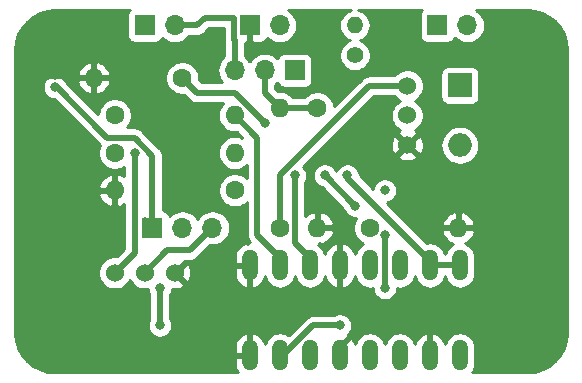
<source format=gbl>
G04 #@! TF.GenerationSoftware,KiCad,Pcbnew,(5.1.4)-1*
G04 #@! TF.CreationDate,2019-11-21T21:09:12-06:00*
G04 #@! TF.ProjectId,ElectromagnetLego,456c6563-7472-46f6-9d61-676e65744c65,rev?*
G04 #@! TF.SameCoordinates,Original*
G04 #@! TF.FileFunction,Copper,L2,Bot*
G04 #@! TF.FilePolarity,Positive*
%FSLAX46Y46*%
G04 Gerber Fmt 4.6, Leading zero omitted, Abs format (unit mm)*
G04 Created by KiCad (PCBNEW (5.1.4)-1) date 2019-11-21 21:09:12*
%MOMM*%
%LPD*%
G04 APERTURE LIST*
%ADD10O,1.700000X1.700000*%
%ADD11R,1.700000X1.700000*%
%ADD12O,1.320800X2.641600*%
%ADD13O,1.400000X1.400000*%
%ADD14C,1.400000*%
%ADD15C,1.524000*%
%ADD16O,1.600000X1.600000*%
%ADD17C,1.600000*%
%ADD18C,5.200000*%
%ADD19O,2.000000X2.000000*%
%ADD20R,2.000000X2.000000*%
%ADD21C,0.800000*%
%ADD22C,0.500000*%
%ADD23C,0.254000*%
G04 APERTURE END LIST*
D10*
X15240000Y22225000D03*
X17780000Y22225000D03*
D11*
X20320000Y22225000D03*
D12*
X16510000Y5715000D03*
X19050000Y5715000D03*
X21590000Y5715000D03*
X24130000Y5715000D03*
X26670000Y5715000D03*
X29210000Y5715000D03*
X31750000Y5715000D03*
X34290000Y5715000D03*
X26670000Y-1905000D03*
X29210000Y-1905000D03*
X24130000Y-1905000D03*
X21590000Y-1905000D03*
X34290000Y-1905000D03*
X31750000Y-1905000D03*
X19050000Y-1905000D03*
X16510000Y-1905000D03*
D13*
X25400000Y26035000D03*
D14*
X25400000Y23495000D03*
D15*
X10160000Y5080000D03*
X7620000Y5080000D03*
X5080000Y5080000D03*
D16*
X15240000Y18415000D03*
D17*
X5080000Y18415000D03*
D16*
X15240000Y15240000D03*
D17*
X5080000Y15240000D03*
D10*
X13335000Y8890000D03*
X10795000Y8890000D03*
D11*
X8255000Y8890000D03*
D10*
X19050000Y26035000D03*
D11*
X16510000Y26035000D03*
D10*
X34925000Y26035000D03*
D11*
X32385000Y26035000D03*
D10*
X10160000Y26035000D03*
D11*
X7620000Y26035000D03*
D16*
X34170000Y8890000D03*
D17*
X26670000Y8890000D03*
D16*
X3295000Y21590000D03*
D17*
X10795000Y21590000D03*
D18*
X40000000Y0D03*
X40000000Y8000000D03*
X40000000Y24000000D03*
X40000000Y16000000D03*
X0Y0D03*
X0Y8000000D03*
X0Y16000000D03*
X0Y24000000D03*
D16*
X19050000Y19050000D03*
D17*
X19050000Y8890000D03*
D16*
X22225000Y8890000D03*
D17*
X22225000Y19050000D03*
D16*
X5080000Y12065000D03*
D17*
X15240000Y12065000D03*
D15*
X29845000Y20915000D03*
X29845000Y18415000D03*
X29845000Y15915000D03*
D19*
X34290000Y15875000D03*
D20*
X34290000Y20955000D03*
D21*
X27940000Y12065000D03*
X27940000Y3810000D03*
X27940000Y8255000D03*
X24765000Y13335000D03*
X22860000Y13335000D03*
X17780000Y17780000D03*
X25419999Y10775001D03*
X5246Y20800003D03*
X8890000Y3810000D03*
X8890000Y635000D03*
X6770000Y15240000D03*
X24130000Y635000D03*
X20320000Y13335000D03*
D22*
X29845000Y20915000D02*
X26630000Y20915000D01*
X19050000Y13335000D02*
X19050000Y8890000D01*
X26630000Y20915000D02*
X19050000Y13335000D01*
X24130000Y-1244600D02*
X26009600Y635000D01*
X24130000Y-1905000D02*
X24130000Y-1244600D01*
X27940000Y3810000D02*
X27940000Y8255000D01*
X31750000Y5715000D02*
X34290000Y5715000D01*
X24765000Y13120000D02*
X24765000Y13335000D01*
X31509600Y6375400D02*
X24765000Y13120000D01*
X31750000Y5715000D02*
X31750000Y6375400D01*
X31750000Y6375400D02*
X31509600Y6375400D01*
X25419999Y10775001D02*
X22860000Y13335000D01*
X17780000Y17780000D02*
X15240000Y20320000D01*
X12065000Y20320000D02*
X10795000Y21590000D01*
X15240000Y20320000D02*
X12065000Y20320000D01*
X15240000Y24794998D02*
X15209999Y24824999D01*
X15240000Y22225000D02*
X15240000Y24794998D01*
X15209999Y24824999D02*
X15209999Y26670000D01*
X15209999Y26670000D02*
X12700000Y26670000D01*
X12065000Y26035000D02*
X10160000Y26035000D01*
X12700000Y26670000D02*
X12065000Y26035000D01*
X7620000Y9525000D02*
X8255000Y8890000D01*
X5001Y20800248D02*
X5246Y20800003D01*
X8255000Y8890000D02*
X8255000Y15013002D01*
X6758002Y16510000D02*
X4445000Y16510000D01*
X4445000Y16510000D02*
X5001Y20949999D01*
X8255000Y15013002D02*
X6758002Y16510000D01*
X5001Y20949999D02*
X5001Y20800248D01*
X17780000Y20320000D02*
X19050000Y19050000D01*
X17780000Y22225000D02*
X17780000Y20320000D01*
X19050000Y19050000D02*
X22225000Y19050000D01*
X11430000Y6985000D02*
X13335000Y8890000D01*
X7620000Y5080000D02*
X9525000Y6985000D01*
X9525000Y6985000D02*
X11430000Y6985000D01*
X8890000Y3810000D02*
X8890000Y635000D01*
X5080000Y5080000D02*
X6770000Y6770000D01*
X6770000Y6770000D02*
X6770000Y15240000D01*
X15240000Y18415000D02*
X17145000Y16510000D01*
X19050000Y6375400D02*
X19050000Y5715000D01*
X17145000Y8280400D02*
X19050000Y6375400D01*
X17145000Y16510000D02*
X17145000Y8280400D01*
X19359244Y-1905000D02*
X21899244Y635000D01*
X19050000Y-1905000D02*
X19359244Y-1905000D01*
X21899244Y635000D02*
X24130000Y635000D01*
X20320000Y13335000D02*
X20320000Y7620000D01*
X21590000Y6375400D02*
X21590000Y5715000D01*
X20345400Y7620000D02*
X21590000Y6375400D01*
X20320000Y7620000D02*
X20345400Y7620000D01*
D23*
G36*
X6318815Y27336185D02*
G01*
X6239463Y27239494D01*
X6180498Y27129180D01*
X6144188Y27009482D01*
X6131928Y26885000D01*
X6131928Y25185000D01*
X6144188Y25060518D01*
X6180498Y24940820D01*
X6239463Y24830506D01*
X6318815Y24733815D01*
X6415506Y24654463D01*
X6525820Y24595498D01*
X6645518Y24559188D01*
X6770000Y24546928D01*
X8470000Y24546928D01*
X8594482Y24559188D01*
X8714180Y24595498D01*
X8824494Y24654463D01*
X8921185Y24733815D01*
X9000537Y24830506D01*
X9059502Y24940820D01*
X9080393Y25009687D01*
X9104866Y24979866D01*
X9330986Y24794294D01*
X9588966Y24656401D01*
X9868889Y24571487D01*
X10087050Y24550000D01*
X10232950Y24550000D01*
X10451111Y24571487D01*
X10731034Y24656401D01*
X10989014Y24794294D01*
X11215134Y24979866D01*
X11354759Y25150000D01*
X12021531Y25150000D01*
X12065000Y25145719D01*
X12108469Y25150000D01*
X12108477Y25150000D01*
X12238490Y25162805D01*
X12405313Y25213411D01*
X12559059Y25295589D01*
X12693817Y25406183D01*
X12721534Y25439956D01*
X13066579Y25785000D01*
X14325000Y25785000D01*
X14324999Y24868468D01*
X14320718Y24824999D01*
X14324999Y24781530D01*
X14324999Y24781523D01*
X14335500Y24674902D01*
X14337804Y24651509D01*
X14342133Y24637240D01*
X14355001Y24594820D01*
X14355000Y23419760D01*
X14184866Y23280134D01*
X13999294Y23054014D01*
X13861401Y22796034D01*
X13776487Y22516111D01*
X13747815Y22225000D01*
X13776487Y21933889D01*
X13861401Y21653966D01*
X13999294Y21395986D01*
X14156032Y21205000D01*
X12431579Y21205000D01*
X12223017Y21413561D01*
X12230000Y21448665D01*
X12230000Y21731335D01*
X12174853Y22008574D01*
X12066680Y22269727D01*
X11909637Y22504759D01*
X11709759Y22704637D01*
X11474727Y22861680D01*
X11213574Y22969853D01*
X10936335Y23025000D01*
X10653665Y23025000D01*
X10376426Y22969853D01*
X10115273Y22861680D01*
X9880241Y22704637D01*
X9680363Y22504759D01*
X9523320Y22269727D01*
X9415147Y22008574D01*
X9360000Y21731335D01*
X9360000Y21448665D01*
X9415147Y21171426D01*
X9523320Y20910273D01*
X9680363Y20675241D01*
X9880241Y20475363D01*
X10115273Y20318320D01*
X10376426Y20210147D01*
X10653665Y20155000D01*
X10936335Y20155000D01*
X10971439Y20161983D01*
X11408470Y19724951D01*
X11436183Y19691183D01*
X11469951Y19663470D01*
X11469953Y19663468D01*
X11492399Y19645047D01*
X11570941Y19580589D01*
X11724687Y19498411D01*
X11891510Y19447805D01*
X12021523Y19435000D01*
X12021533Y19435000D01*
X12064999Y19430719D01*
X12108465Y19435000D01*
X14220870Y19435000D01*
X14220392Y19434608D01*
X14041068Y19216101D01*
X13907818Y18966808D01*
X13825764Y18696309D01*
X13798057Y18415000D01*
X13825764Y18133691D01*
X13907818Y17863192D01*
X14041068Y17613899D01*
X14220392Y17395392D01*
X14438899Y17216068D01*
X14688192Y17082818D01*
X14958691Y17000764D01*
X15169508Y16980000D01*
X15310492Y16980000D01*
X15413296Y16990125D01*
X15876518Y16526904D01*
X15791808Y16572182D01*
X15521309Y16654236D01*
X15310492Y16675000D01*
X15169508Y16675000D01*
X14958691Y16654236D01*
X14688192Y16572182D01*
X14438899Y16438932D01*
X14220392Y16259608D01*
X14041068Y16041101D01*
X13907818Y15791808D01*
X13825764Y15521309D01*
X13798057Y15240000D01*
X13825764Y14958691D01*
X13907818Y14688192D01*
X14041068Y14438899D01*
X14220392Y14220392D01*
X14438899Y14041068D01*
X14688192Y13907818D01*
X14958691Y13825764D01*
X15169508Y13805000D01*
X15310492Y13805000D01*
X15521309Y13825764D01*
X15791808Y13907818D01*
X16041101Y14041068D01*
X16259608Y14220392D01*
X16260000Y14220870D01*
X16260000Y13074396D01*
X16154759Y13179637D01*
X15919727Y13336680D01*
X15658574Y13444853D01*
X15381335Y13500000D01*
X15098665Y13500000D01*
X14821426Y13444853D01*
X14560273Y13336680D01*
X14325241Y13179637D01*
X14125363Y12979759D01*
X13968320Y12744727D01*
X13860147Y12483574D01*
X13805000Y12206335D01*
X13805000Y11923665D01*
X13860147Y11646426D01*
X13968320Y11385273D01*
X14125363Y11150241D01*
X14325241Y10950363D01*
X14560273Y10793320D01*
X14821426Y10685147D01*
X15098665Y10630000D01*
X15381335Y10630000D01*
X15658574Y10685147D01*
X15919727Y10793320D01*
X16154759Y10950363D01*
X16260001Y11055605D01*
X16260001Y8323879D01*
X16255719Y8280400D01*
X16272805Y8106910D01*
X16323412Y7940087D01*
X16405590Y7786341D01*
X16488468Y7685354D01*
X16488471Y7685351D01*
X16500413Y7670800D01*
X16382998Y7670800D01*
X16382998Y7504934D01*
X16182895Y7628820D01*
X16131605Y7620795D01*
X15895911Y7523044D01*
X15683816Y7381189D01*
X15503471Y7200683D01*
X15361807Y6988461D01*
X15264267Y6752680D01*
X15214600Y6502400D01*
X15214600Y5842000D01*
X16383000Y5842000D01*
X16383000Y5862000D01*
X16637000Y5862000D01*
X16637000Y5842000D01*
X16657000Y5842000D01*
X16657000Y5588000D01*
X16637000Y5588000D01*
X16637000Y3925067D01*
X16837105Y3801180D01*
X16888395Y3809205D01*
X17124089Y3906956D01*
X17336184Y4048811D01*
X17516529Y4229317D01*
X17658193Y4441539D01*
X17755733Y4677320D01*
X17777494Y4786977D01*
X17847417Y4556474D01*
X17967704Y4331433D01*
X18129583Y4134182D01*
X18326834Y3972303D01*
X18551875Y3852017D01*
X18796058Y3777944D01*
X19050000Y3752933D01*
X19303943Y3777944D01*
X19548126Y3852017D01*
X19773167Y3972303D01*
X19970418Y4134182D01*
X20132297Y4331433D01*
X20252583Y4556474D01*
X20320000Y4778715D01*
X20387417Y4556474D01*
X20507704Y4331433D01*
X20669583Y4134182D01*
X20866834Y3972303D01*
X21091875Y3852017D01*
X21336058Y3777944D01*
X21590000Y3752933D01*
X21843943Y3777944D01*
X22088126Y3852017D01*
X22313167Y3972303D01*
X22510418Y4134182D01*
X22672297Y4331433D01*
X22792583Y4556474D01*
X22862506Y4786977D01*
X22884267Y4677320D01*
X22981807Y4441539D01*
X23123471Y4229317D01*
X23303816Y4048811D01*
X23515911Y3906956D01*
X23751605Y3809205D01*
X23802895Y3801180D01*
X24003000Y3925067D01*
X24003000Y5588000D01*
X23983000Y5588000D01*
X23983000Y5842000D01*
X24003000Y5842000D01*
X24003000Y7504933D01*
X23802895Y7628820D01*
X23751605Y7620795D01*
X23515911Y7523044D01*
X23303816Y7381189D01*
X23123471Y7200683D01*
X22981807Y6988461D01*
X22884267Y6752680D01*
X22862506Y6643023D01*
X22792583Y6873526D01*
X22672297Y7098567D01*
X22510418Y7295818D01*
X22316452Y7455000D01*
X22352002Y7455000D01*
X22352002Y7620084D01*
X22574039Y7498096D01*
X22708087Y7538754D01*
X22962420Y7658963D01*
X23188414Y7826481D01*
X23377385Y8034869D01*
X23522070Y8276119D01*
X23616909Y8540960D01*
X23495624Y8763000D01*
X22352000Y8763000D01*
X22352000Y8743000D01*
X22098000Y8743000D01*
X22098000Y8763000D01*
X22078000Y8763000D01*
X22078000Y9017000D01*
X22098000Y9017000D01*
X22098000Y10159915D01*
X22352000Y10159915D01*
X22352000Y9017000D01*
X23495624Y9017000D01*
X23616909Y9239040D01*
X23522070Y9503881D01*
X23377385Y9745131D01*
X23188414Y9953519D01*
X22962420Y10121037D01*
X22708087Y10241246D01*
X22574039Y10281904D01*
X22352000Y10159915D01*
X22098000Y10159915D01*
X21875961Y10281904D01*
X21741913Y10241246D01*
X21487580Y10121037D01*
X21261586Y9953519D01*
X21205000Y9891119D01*
X21205000Y12796546D01*
X21237205Y12844744D01*
X21315226Y13033102D01*
X21355000Y13233061D01*
X21355000Y13436939D01*
X21825000Y13436939D01*
X21825000Y13233061D01*
X21864774Y13033102D01*
X21942795Y12844744D01*
X22056063Y12675226D01*
X22200226Y12531063D01*
X22369744Y12417795D01*
X22558102Y12339774D01*
X22614957Y12328465D01*
X24413464Y10529957D01*
X24424773Y10473103D01*
X24502794Y10284745D01*
X24616062Y10115227D01*
X24760225Y9971064D01*
X24929743Y9857796D01*
X25118101Y9779775D01*
X25318060Y9740001D01*
X25512093Y9740001D01*
X25398320Y9569727D01*
X25290147Y9308574D01*
X25235000Y9031335D01*
X25235000Y8748665D01*
X25290147Y8471426D01*
X25398320Y8210273D01*
X25555363Y7975241D01*
X25755241Y7775363D01*
X25990273Y7618320D01*
X26135104Y7558329D01*
X25946833Y7457697D01*
X25749582Y7295818D01*
X25587703Y7098566D01*
X25467417Y6873525D01*
X25397494Y6643023D01*
X25375733Y6752680D01*
X25278193Y6988461D01*
X25136529Y7200683D01*
X24956184Y7381189D01*
X24744089Y7523044D01*
X24508395Y7620795D01*
X24457105Y7628820D01*
X24257000Y7504933D01*
X24257000Y5842000D01*
X24277000Y5842000D01*
X24277000Y5588000D01*
X24257000Y5588000D01*
X24257000Y3925067D01*
X24457105Y3801180D01*
X24508395Y3809205D01*
X24744089Y3906956D01*
X24956184Y4048811D01*
X25136529Y4229317D01*
X25278193Y4441539D01*
X25375733Y4677320D01*
X25397494Y4786977D01*
X25467417Y4556474D01*
X25587704Y4331433D01*
X25749583Y4134182D01*
X25946834Y3972303D01*
X26171875Y3852017D01*
X26416058Y3777944D01*
X26670000Y3752933D01*
X26905000Y3776078D01*
X26905000Y3708061D01*
X26944774Y3508102D01*
X27022795Y3319744D01*
X27136063Y3150226D01*
X27280226Y3006063D01*
X27449744Y2892795D01*
X27638102Y2814774D01*
X27838061Y2775000D01*
X28041939Y2775000D01*
X28241898Y2814774D01*
X28430256Y2892795D01*
X28599774Y3006063D01*
X28743937Y3150226D01*
X28857205Y3319744D01*
X28935226Y3508102D01*
X28975000Y3708061D01*
X28975000Y3776078D01*
X29210000Y3752933D01*
X29463943Y3777944D01*
X29708126Y3852017D01*
X29933167Y3972303D01*
X30130418Y4134182D01*
X30292297Y4331433D01*
X30412583Y4556474D01*
X30480000Y4778715D01*
X30547417Y4556474D01*
X30667704Y4331433D01*
X30829583Y4134182D01*
X31026834Y3972303D01*
X31251875Y3852017D01*
X31496058Y3777944D01*
X31750000Y3752933D01*
X32003943Y3777944D01*
X32248126Y3852017D01*
X32473167Y3972303D01*
X32670418Y4134182D01*
X32832297Y4331433D01*
X32952583Y4556474D01*
X33020000Y4778715D01*
X33087417Y4556474D01*
X33207704Y4331433D01*
X33369583Y4134182D01*
X33566834Y3972303D01*
X33791875Y3852017D01*
X34036058Y3777944D01*
X34290000Y3752933D01*
X34543943Y3777944D01*
X34788126Y3852017D01*
X35013167Y3972303D01*
X35210418Y4134182D01*
X35372297Y4331433D01*
X35492583Y4556474D01*
X35566656Y4800657D01*
X35585400Y4990970D01*
X35585400Y6439030D01*
X35566656Y6629343D01*
X35492583Y6873526D01*
X35372297Y7098567D01*
X35210418Y7295818D01*
X35013166Y7457697D01*
X34788125Y7577983D01*
X34763230Y7585535D01*
X34783881Y7592930D01*
X35025131Y7737615D01*
X35233519Y7926586D01*
X35401037Y8152580D01*
X35521246Y8406913D01*
X35561904Y8540961D01*
X35439915Y8763000D01*
X34297000Y8763000D01*
X34297000Y8743000D01*
X34043000Y8743000D01*
X34043000Y8763000D01*
X32900085Y8763000D01*
X32778096Y8540961D01*
X32818754Y8406913D01*
X32938963Y8152580D01*
X33106481Y7926586D01*
X33314869Y7737615D01*
X33556119Y7592930D01*
X33714038Y7536379D01*
X33566833Y7457697D01*
X33369582Y7295818D01*
X33207703Y7098566D01*
X33087417Y6873525D01*
X33020000Y6651284D01*
X32952583Y6873526D01*
X32832297Y7098567D01*
X32670418Y7295818D01*
X32473166Y7457697D01*
X32248125Y7577983D01*
X32003942Y7652056D01*
X31750000Y7677067D01*
X31496057Y7652056D01*
X31487207Y7649371D01*
X29897539Y9239039D01*
X32778096Y9239039D01*
X32900085Y9017000D01*
X34043000Y9017000D01*
X34043000Y10160624D01*
X34297000Y10160624D01*
X34297000Y9017000D01*
X35439915Y9017000D01*
X35561904Y9239039D01*
X35521246Y9373087D01*
X35401037Y9627420D01*
X35233519Y9853414D01*
X35025131Y10042385D01*
X34783881Y10187070D01*
X34519040Y10281909D01*
X34297000Y10160624D01*
X34043000Y10160624D01*
X33820960Y10281909D01*
X33556119Y10187070D01*
X33314869Y10042385D01*
X33106481Y9853414D01*
X32938963Y9627420D01*
X32818754Y9373087D01*
X32778096Y9239039D01*
X29897539Y9239039D01*
X28095854Y11040724D01*
X28241898Y11069774D01*
X28430256Y11147795D01*
X28599774Y11261063D01*
X28743937Y11405226D01*
X28857205Y11574744D01*
X28935226Y11763102D01*
X28975000Y11963061D01*
X28975000Y12166939D01*
X28935226Y12366898D01*
X28857205Y12555256D01*
X28743937Y12724774D01*
X28599774Y12868937D01*
X28430256Y12982205D01*
X28241898Y13060226D01*
X28041939Y13100000D01*
X27838061Y13100000D01*
X27638102Y13060226D01*
X27449744Y12982205D01*
X27280226Y12868937D01*
X27136063Y12724774D01*
X27022795Y12555256D01*
X26944774Y12366898D01*
X26915724Y12220854D01*
X25800000Y13336578D01*
X25800000Y13436939D01*
X25760226Y13636898D01*
X25682205Y13825256D01*
X25568937Y13994774D01*
X25424774Y14138937D01*
X25255256Y14252205D01*
X25066898Y14330226D01*
X24866939Y14370000D01*
X24663061Y14370000D01*
X24463102Y14330226D01*
X24274744Y14252205D01*
X24105226Y14138937D01*
X23961063Y13994774D01*
X23847795Y13825256D01*
X23812500Y13740047D01*
X23777205Y13825256D01*
X23663937Y13994774D01*
X23519774Y14138937D01*
X23350256Y14252205D01*
X23161898Y14330226D01*
X22961939Y14370000D01*
X22758061Y14370000D01*
X22558102Y14330226D01*
X22369744Y14252205D01*
X22200226Y14138937D01*
X22056063Y13994774D01*
X21942795Y13825256D01*
X21864774Y13636898D01*
X21825000Y13436939D01*
X21355000Y13436939D01*
X21315226Y13636898D01*
X21237205Y13825256D01*
X21123937Y13994774D01*
X21042645Y14076066D01*
X21916014Y14949435D01*
X29059040Y14949435D01*
X29126020Y14709344D01*
X29375048Y14592244D01*
X29642135Y14525977D01*
X29917017Y14513090D01*
X30189133Y14554078D01*
X30448023Y14647364D01*
X30563980Y14709344D01*
X30630960Y14949435D01*
X29845000Y15735395D01*
X29059040Y14949435D01*
X21916014Y14949435D01*
X22809562Y15842983D01*
X28443090Y15842983D01*
X28484078Y15570867D01*
X28577364Y15311977D01*
X28639344Y15196020D01*
X28879435Y15129040D01*
X29665395Y15915000D01*
X30024605Y15915000D01*
X30810565Y15129040D01*
X31050656Y15196020D01*
X31167756Y15445048D01*
X31234023Y15712135D01*
X31241658Y15875000D01*
X32647089Y15875000D01*
X32678657Y15554484D01*
X32772148Y15246285D01*
X32923969Y14962248D01*
X33128286Y14713286D01*
X33377248Y14508969D01*
X33661285Y14357148D01*
X33969484Y14263657D01*
X34209678Y14240000D01*
X34370322Y14240000D01*
X34610516Y14263657D01*
X34918715Y14357148D01*
X35202752Y14508969D01*
X35451714Y14713286D01*
X35656031Y14962248D01*
X35807852Y15246285D01*
X35901343Y15554484D01*
X35932911Y15875000D01*
X35901343Y16195516D01*
X35807852Y16503715D01*
X35656031Y16787752D01*
X35451714Y17036714D01*
X35202752Y17241031D01*
X34918715Y17392852D01*
X34610516Y17486343D01*
X34370322Y17510000D01*
X34209678Y17510000D01*
X33969484Y17486343D01*
X33661285Y17392852D01*
X33377248Y17241031D01*
X33128286Y17036714D01*
X32923969Y16787752D01*
X32772148Y16503715D01*
X32678657Y16195516D01*
X32647089Y15875000D01*
X31241658Y15875000D01*
X31246910Y15987017D01*
X31205922Y16259133D01*
X31112636Y16518023D01*
X31050656Y16633980D01*
X30810565Y16700960D01*
X30024605Y15915000D01*
X29665395Y15915000D01*
X28879435Y16700960D01*
X28639344Y16633980D01*
X28522244Y16384952D01*
X28455977Y16117865D01*
X28443090Y15842983D01*
X22809562Y15842983D01*
X26996579Y20030000D01*
X28756182Y20030000D01*
X28759880Y20024465D01*
X28954465Y19829880D01*
X29183273Y19676995D01*
X29212231Y19665000D01*
X29183273Y19653005D01*
X28954465Y19500120D01*
X28759880Y19305535D01*
X28606995Y19076727D01*
X28501686Y18822490D01*
X28448000Y18552592D01*
X28448000Y18277408D01*
X28501686Y18007510D01*
X28606995Y17753273D01*
X28759880Y17524465D01*
X28954465Y17329880D01*
X29183273Y17176995D01*
X29210401Y17165758D01*
X29126020Y17120656D01*
X29059040Y16880565D01*
X29845000Y16094605D01*
X30630960Y16880565D01*
X30563980Y17120656D01*
X30473467Y17163218D01*
X30506727Y17176995D01*
X30735535Y17329880D01*
X30930120Y17524465D01*
X31083005Y17753273D01*
X31188314Y18007510D01*
X31242000Y18277408D01*
X31242000Y18552592D01*
X31188314Y18822490D01*
X31083005Y19076727D01*
X30930120Y19305535D01*
X30735535Y19500120D01*
X30506727Y19653005D01*
X30477769Y19665000D01*
X30506727Y19676995D01*
X30735535Y19829880D01*
X30930120Y20024465D01*
X31083005Y20253273D01*
X31188314Y20507510D01*
X31242000Y20777408D01*
X31242000Y21052592D01*
X31188314Y21322490D01*
X31083005Y21576727D01*
X30930120Y21805535D01*
X30780655Y21955000D01*
X32651928Y21955000D01*
X32651928Y19955000D01*
X32664188Y19830518D01*
X32700498Y19710820D01*
X32759463Y19600506D01*
X32838815Y19503815D01*
X32935506Y19424463D01*
X33045820Y19365498D01*
X33165518Y19329188D01*
X33290000Y19316928D01*
X35290000Y19316928D01*
X35414482Y19329188D01*
X35534180Y19365498D01*
X35644494Y19424463D01*
X35741185Y19503815D01*
X35820537Y19600506D01*
X35879502Y19710820D01*
X35915812Y19830518D01*
X35928072Y19955000D01*
X35928072Y21955000D01*
X35915812Y22079482D01*
X35879502Y22199180D01*
X35820537Y22309494D01*
X35741185Y22406185D01*
X35644494Y22485537D01*
X35534180Y22544502D01*
X35414482Y22580812D01*
X35290000Y22593072D01*
X33290000Y22593072D01*
X33165518Y22580812D01*
X33045820Y22544502D01*
X32935506Y22485537D01*
X32838815Y22406185D01*
X32759463Y22309494D01*
X32700498Y22199180D01*
X32664188Y22079482D01*
X32651928Y21955000D01*
X30780655Y21955000D01*
X30735535Y22000120D01*
X30506727Y22153005D01*
X30252490Y22258314D01*
X29982592Y22312000D01*
X29707408Y22312000D01*
X29437510Y22258314D01*
X29183273Y22153005D01*
X28954465Y22000120D01*
X28759880Y21805535D01*
X28756182Y21800000D01*
X26673469Y21800000D01*
X26630000Y21804281D01*
X26586531Y21800000D01*
X26586523Y21800000D01*
X26456510Y21787195D01*
X26289687Y21736589D01*
X26169677Y21672443D01*
X26135941Y21654411D01*
X26034953Y21571532D01*
X26034951Y21571530D01*
X26001183Y21543817D01*
X25973470Y21510049D01*
X23659130Y19195709D01*
X23604853Y19468574D01*
X23496680Y19729727D01*
X23339637Y19964759D01*
X23139759Y20164637D01*
X22904727Y20321680D01*
X22643574Y20429853D01*
X22366335Y20485000D01*
X22083665Y20485000D01*
X21806426Y20429853D01*
X21545273Y20321680D01*
X21310241Y20164637D01*
X21110363Y19964759D01*
X21090479Y19935000D01*
X20180078Y19935000D01*
X20069608Y20069608D01*
X19851101Y20248932D01*
X19601808Y20382182D01*
X19331309Y20464236D01*
X19120492Y20485000D01*
X18979508Y20485000D01*
X18876704Y20474875D01*
X18665000Y20686578D01*
X18665000Y21030241D01*
X18835134Y21169866D01*
X18859607Y21199687D01*
X18880498Y21130820D01*
X18939463Y21020506D01*
X19018815Y20923815D01*
X19115506Y20844463D01*
X19225820Y20785498D01*
X19345518Y20749188D01*
X19470000Y20736928D01*
X21170000Y20736928D01*
X21294482Y20749188D01*
X21414180Y20785498D01*
X21524494Y20844463D01*
X21621185Y20923815D01*
X21700537Y21020506D01*
X21759502Y21130820D01*
X21795812Y21250518D01*
X21808072Y21375000D01*
X21808072Y23075000D01*
X21795812Y23199482D01*
X21759502Y23319180D01*
X21700537Y23429494D01*
X21621185Y23526185D01*
X21524494Y23605537D01*
X21414180Y23664502D01*
X21294482Y23700812D01*
X21170000Y23713072D01*
X19470000Y23713072D01*
X19345518Y23700812D01*
X19225820Y23664502D01*
X19115506Y23605537D01*
X19018815Y23526185D01*
X18939463Y23429494D01*
X18880498Y23319180D01*
X18859607Y23250313D01*
X18835134Y23280134D01*
X18609014Y23465706D01*
X18351034Y23603599D01*
X18071111Y23688513D01*
X17852950Y23710000D01*
X17707050Y23710000D01*
X17488889Y23688513D01*
X17208966Y23603599D01*
X16950986Y23465706D01*
X16724866Y23280134D01*
X16539294Y23054014D01*
X16510000Y22999209D01*
X16480706Y23054014D01*
X16295134Y23280134D01*
X16125000Y23419759D01*
X16125000Y24549460D01*
X16224250Y24550000D01*
X16383000Y24708750D01*
X16383000Y25908000D01*
X16363000Y25908000D01*
X16363000Y26162000D01*
X16383000Y26162000D01*
X16383000Y26182000D01*
X16637000Y26182000D01*
X16637000Y26162000D01*
X16657000Y26162000D01*
X16657000Y25908000D01*
X16637000Y25908000D01*
X16637000Y24708750D01*
X16795750Y24550000D01*
X17360000Y24546928D01*
X17484482Y24559188D01*
X17604180Y24595498D01*
X17714494Y24654463D01*
X17811185Y24733815D01*
X17890537Y24830506D01*
X17949502Y24940820D01*
X17970393Y25009687D01*
X17994866Y24979866D01*
X18220986Y24794294D01*
X18478966Y24656401D01*
X18758889Y24571487D01*
X18977050Y24550000D01*
X19122950Y24550000D01*
X19341111Y24571487D01*
X19621034Y24656401D01*
X19879014Y24794294D01*
X20105134Y24979866D01*
X20290706Y25205986D01*
X20428599Y25463966D01*
X20513513Y25743889D01*
X20542185Y26035000D01*
X20513513Y26326111D01*
X20428599Y26606034D01*
X20290706Y26864014D01*
X20105134Y27090134D01*
X19879014Y27275706D01*
X19758728Y27340000D01*
X25103077Y27340000D01*
X24886646Y27274347D01*
X24654725Y27150382D01*
X24451445Y26983555D01*
X24284618Y26780275D01*
X24160653Y26548354D01*
X24084317Y26296706D01*
X24058541Y26035000D01*
X24084317Y25773294D01*
X24160653Y25521646D01*
X24284618Y25289725D01*
X24451445Y25086445D01*
X24654725Y24919618D01*
X24886646Y24795653D01*
X24981828Y24766780D01*
X24767641Y24678061D01*
X24548987Y24531962D01*
X24363038Y24346013D01*
X24216939Y24127359D01*
X24116304Y23884405D01*
X24065000Y23626486D01*
X24065000Y23363514D01*
X24116304Y23105595D01*
X24216939Y22862641D01*
X24363038Y22643987D01*
X24548987Y22458038D01*
X24767641Y22311939D01*
X25010595Y22211304D01*
X25268514Y22160000D01*
X25531486Y22160000D01*
X25789405Y22211304D01*
X26032359Y22311939D01*
X26251013Y22458038D01*
X26436962Y22643987D01*
X26583061Y22862641D01*
X26683696Y23105595D01*
X26735000Y23363514D01*
X26735000Y23626486D01*
X26683696Y23884405D01*
X26583061Y24127359D01*
X26436962Y24346013D01*
X26251013Y24531962D01*
X26032359Y24678061D01*
X25818172Y24766780D01*
X25913354Y24795653D01*
X26145275Y24919618D01*
X26348555Y25086445D01*
X26515382Y25289725D01*
X26639347Y25521646D01*
X26715683Y25773294D01*
X26741459Y26035000D01*
X26715683Y26296706D01*
X26639347Y26548354D01*
X26515382Y26780275D01*
X26348555Y26983555D01*
X26145275Y27150382D01*
X25913354Y27274347D01*
X25696923Y27340000D01*
X31088464Y27340000D01*
X31083815Y27336185D01*
X31004463Y27239494D01*
X30945498Y27129180D01*
X30909188Y27009482D01*
X30896928Y26885000D01*
X30896928Y25185000D01*
X30909188Y25060518D01*
X30945498Y24940820D01*
X31004463Y24830506D01*
X31083815Y24733815D01*
X31180506Y24654463D01*
X31290820Y24595498D01*
X31410518Y24559188D01*
X31535000Y24546928D01*
X33235000Y24546928D01*
X33359482Y24559188D01*
X33479180Y24595498D01*
X33589494Y24654463D01*
X33686185Y24733815D01*
X33765537Y24830506D01*
X33824502Y24940820D01*
X33845393Y25009687D01*
X33869866Y24979866D01*
X34095986Y24794294D01*
X34353966Y24656401D01*
X34633889Y24571487D01*
X34852050Y24550000D01*
X34997950Y24550000D01*
X35216111Y24571487D01*
X35496034Y24656401D01*
X35754014Y24794294D01*
X35980134Y24979866D01*
X36165706Y25205986D01*
X36303599Y25463966D01*
X36388513Y25743889D01*
X36417185Y26035000D01*
X36388513Y26326111D01*
X36303599Y26606034D01*
X36165706Y26864014D01*
X35980134Y27090134D01*
X35754014Y27275706D01*
X35633728Y27340000D01*
X39967722Y27340000D01*
X40648126Y27273286D01*
X41271572Y27085057D01*
X41846579Y26779319D01*
X42351247Y26367721D01*
X42766362Y25865933D01*
X43076105Y25293076D01*
X43268682Y24670961D01*
X43340000Y23992416D01*
X43340001Y32289D01*
X43273286Y-648126D01*
X43085057Y-1271570D01*
X42779323Y-1846573D01*
X42367721Y-2351248D01*
X41865933Y-2766362D01*
X41293077Y-3076104D01*
X40670961Y-3268682D01*
X39992417Y-3340000D01*
X35330087Y-3340000D01*
X35372297Y-3288567D01*
X35492583Y-3063526D01*
X35566656Y-2819343D01*
X35585400Y-2629030D01*
X35585400Y-1180970D01*
X35566656Y-990657D01*
X35492583Y-746474D01*
X35372297Y-521433D01*
X35210418Y-324182D01*
X35013166Y-162303D01*
X34788125Y-42017D01*
X34543942Y32056D01*
X34290000Y57067D01*
X34036057Y32056D01*
X33791874Y-42017D01*
X33566833Y-162303D01*
X33369582Y-324182D01*
X33207703Y-521434D01*
X33087417Y-746475D01*
X33017494Y-976977D01*
X32995733Y-867320D01*
X32898193Y-631539D01*
X32756529Y-419317D01*
X32576184Y-238811D01*
X32364089Y-96956D01*
X32128395Y795D01*
X32077105Y8820D01*
X31877000Y-115067D01*
X31877000Y-1778000D01*
X31897000Y-1778000D01*
X31897000Y-2032000D01*
X31877000Y-2032000D01*
X31877000Y-2052000D01*
X31623000Y-2052000D01*
X31623000Y-2032000D01*
X31603000Y-2032000D01*
X31603000Y-1778000D01*
X31623000Y-1778000D01*
X31623000Y-115067D01*
X31422895Y8820D01*
X31371605Y795D01*
X31135911Y-96956D01*
X30923816Y-238811D01*
X30743471Y-419317D01*
X30601807Y-631539D01*
X30504267Y-867320D01*
X30482506Y-976977D01*
X30412583Y-746474D01*
X30292297Y-521433D01*
X30130418Y-324182D01*
X29933166Y-162303D01*
X29708125Y-42017D01*
X29463942Y32056D01*
X29210000Y57067D01*
X28956057Y32056D01*
X28711874Y-42017D01*
X28486833Y-162303D01*
X28289582Y-324182D01*
X28127703Y-521434D01*
X28007417Y-746475D01*
X27940000Y-968716D01*
X27872583Y-746474D01*
X27752297Y-521433D01*
X27590418Y-324182D01*
X27393166Y-162303D01*
X27168125Y-42017D01*
X26923942Y32056D01*
X26670000Y57067D01*
X26416057Y32056D01*
X26171874Y-42017D01*
X25946833Y-162303D01*
X25749582Y-324182D01*
X25587703Y-521434D01*
X25467417Y-746475D01*
X25397494Y-976977D01*
X25375733Y-867320D01*
X25278193Y-631539D01*
X25136529Y-419317D01*
X24956184Y-238811D01*
X24814597Y-144114D01*
X24933937Y-24774D01*
X25047205Y144744D01*
X25125226Y333102D01*
X25165000Y533061D01*
X25165000Y736939D01*
X25125226Y936898D01*
X25047205Y1125256D01*
X24933937Y1294774D01*
X24789774Y1438937D01*
X24620256Y1552205D01*
X24431898Y1630226D01*
X24231939Y1670000D01*
X24028061Y1670000D01*
X23828102Y1630226D01*
X23639744Y1552205D01*
X23591546Y1520000D01*
X21942709Y1520000D01*
X21899243Y1524281D01*
X21855777Y1520000D01*
X21855767Y1520000D01*
X21725754Y1507195D01*
X21558931Y1456589D01*
X21405185Y1374411D01*
X21405183Y1374410D01*
X21405184Y1374410D01*
X21304197Y1291532D01*
X21304195Y1291530D01*
X21270427Y1263817D01*
X21242714Y1230049D01*
X19815566Y-197100D01*
X19773166Y-162303D01*
X19548125Y-42017D01*
X19303942Y32056D01*
X19050000Y57067D01*
X18796057Y32056D01*
X18551874Y-42017D01*
X18326833Y-162303D01*
X18129582Y-324182D01*
X17967703Y-521434D01*
X17847417Y-746475D01*
X17777494Y-976977D01*
X17755733Y-867320D01*
X17658193Y-631539D01*
X17516529Y-419317D01*
X17336184Y-238811D01*
X17124089Y-96956D01*
X16888395Y795D01*
X16837105Y8820D01*
X16637000Y-115067D01*
X16637000Y-1778000D01*
X16657000Y-1778000D01*
X16657000Y-2032000D01*
X16637000Y-2032000D01*
X16637000Y-2052000D01*
X16383000Y-2052000D01*
X16383000Y-2032000D01*
X15214600Y-2032000D01*
X15214600Y-2692400D01*
X15264267Y-2942680D01*
X15361807Y-3178461D01*
X15469639Y-3340000D01*
X32279Y-3340000D01*
X-648126Y-3273286D01*
X-1271570Y-3085057D01*
X-1846573Y-2779323D01*
X-2351248Y-2367721D01*
X-2766362Y-1865933D01*
X-3076104Y-1293077D01*
X-3130423Y-1117600D01*
X15214600Y-1117600D01*
X15214600Y-1778000D01*
X16383000Y-1778000D01*
X16383000Y-115067D01*
X16182895Y8820D01*
X16131605Y795D01*
X15895911Y-96956D01*
X15683816Y-238811D01*
X15503471Y-419317D01*
X15361807Y-631539D01*
X15264267Y-867320D01*
X15214600Y-1117600D01*
X-3130423Y-1117600D01*
X-3268682Y-670961D01*
X-3340000Y7583D01*
X-3340000Y11715961D01*
X3688096Y11715961D01*
X3728754Y11581913D01*
X3848963Y11327580D01*
X4016481Y11101586D01*
X4224869Y10912615D01*
X4466119Y10767930D01*
X4730960Y10673091D01*
X4953000Y10794376D01*
X4953000Y11938000D01*
X3810085Y11938000D01*
X3688096Y11715961D01*
X-3340000Y11715961D01*
X-3340000Y12414039D01*
X3688096Y12414039D01*
X3810085Y12192000D01*
X4953000Y12192000D01*
X4953000Y13335624D01*
X4730960Y13456909D01*
X4466119Y13362070D01*
X4224869Y13217385D01*
X4016481Y13028414D01*
X3848963Y12802420D01*
X3728754Y12548087D01*
X3688096Y12414039D01*
X-3340000Y12414039D01*
X-3340000Y20901942D01*
X-1029754Y20901942D01*
X-1029754Y20698064D01*
X-989980Y20498105D01*
X-911959Y20309747D01*
X-798691Y20140229D01*
X-654528Y19996066D01*
X-485010Y19882798D01*
X-296652Y19804777D01*
X-96693Y19765003D01*
X-61581Y19765003D01*
X3788470Y15914951D01*
X3800347Y15900479D01*
X3700147Y15658574D01*
X3645000Y15381335D01*
X3645000Y15098665D01*
X3700147Y14821426D01*
X3808320Y14560273D01*
X3965363Y14325241D01*
X4165241Y14125363D01*
X4400273Y13968320D01*
X4661426Y13860147D01*
X4938665Y13805000D01*
X5221335Y13805000D01*
X5498574Y13860147D01*
X5759727Y13968320D01*
X5885001Y14052025D01*
X5885001Y13247450D01*
X5693881Y13362070D01*
X5429040Y13456909D01*
X5207000Y13335624D01*
X5207000Y12192000D01*
X5227000Y12192000D01*
X5227000Y11938000D01*
X5207000Y11938000D01*
X5207000Y10794376D01*
X5429040Y10673091D01*
X5693881Y10767930D01*
X5885000Y10882550D01*
X5885000Y7136579D01*
X5224123Y6475701D01*
X5217592Y6477000D01*
X4942408Y6477000D01*
X4672510Y6423314D01*
X4418273Y6318005D01*
X4189465Y6165120D01*
X3994880Y5970535D01*
X3841995Y5741727D01*
X3736686Y5487490D01*
X3683000Y5217592D01*
X3683000Y4942408D01*
X3736686Y4672510D01*
X3841995Y4418273D01*
X3994880Y4189465D01*
X4189465Y3994880D01*
X4418273Y3841995D01*
X4672510Y3736686D01*
X4942408Y3683000D01*
X5217592Y3683000D01*
X5487490Y3736686D01*
X5741727Y3841995D01*
X5970535Y3994880D01*
X6165120Y4189465D01*
X6318005Y4418273D01*
X6350000Y4495515D01*
X6381995Y4418273D01*
X6534880Y4189465D01*
X6729465Y3994880D01*
X6958273Y3841995D01*
X7212510Y3736686D01*
X7482408Y3683000D01*
X7757592Y3683000D01*
X7856088Y3702592D01*
X7894774Y3508102D01*
X7972795Y3319744D01*
X8005000Y3271545D01*
X8005001Y1173456D01*
X7972795Y1125256D01*
X7894774Y936898D01*
X7855000Y736939D01*
X7855000Y533061D01*
X7894774Y333102D01*
X7972795Y144744D01*
X8086063Y-24774D01*
X8230226Y-168937D01*
X8399744Y-282205D01*
X8588102Y-360226D01*
X8788061Y-400000D01*
X8991939Y-400000D01*
X9191898Y-360226D01*
X9380256Y-282205D01*
X9549774Y-168937D01*
X9693937Y-24774D01*
X9807205Y144744D01*
X9885226Y333102D01*
X9925000Y533061D01*
X9925000Y736939D01*
X9885226Y936898D01*
X9807205Y1125256D01*
X9775000Y1173454D01*
X9775000Y3271546D01*
X9807205Y3319744D01*
X9885226Y3508102D01*
X9923273Y3699379D01*
X9957135Y3690977D01*
X10232017Y3678090D01*
X10504133Y3719078D01*
X10763023Y3812364D01*
X10878980Y3874344D01*
X10945960Y4114435D01*
X10160000Y4900395D01*
X10145858Y4886253D01*
X9966253Y5065858D01*
X9980395Y5080000D01*
X10339605Y5080000D01*
X11125565Y4294040D01*
X11365656Y4361020D01*
X11482756Y4610048D01*
X11549023Y4877135D01*
X11561910Y5152017D01*
X11520922Y5424133D01*
X11461876Y5588000D01*
X15214600Y5588000D01*
X15214600Y4927600D01*
X15264267Y4677320D01*
X15361807Y4441539D01*
X15503471Y4229317D01*
X15683816Y4048811D01*
X15895911Y3906956D01*
X16131605Y3809205D01*
X16182895Y3801180D01*
X16383000Y3925067D01*
X16383000Y5588000D01*
X15214600Y5588000D01*
X11461876Y5588000D01*
X11427636Y5683023D01*
X11365656Y5798980D01*
X11125565Y5865960D01*
X10339605Y5080000D01*
X9980395Y5080000D01*
X9966253Y5094143D01*
X10145858Y5273748D01*
X10160000Y5259605D01*
X10945960Y6045565D01*
X10930774Y6100000D01*
X11386531Y6100000D01*
X11430000Y6095719D01*
X11473469Y6100000D01*
X11473477Y6100000D01*
X11603490Y6112805D01*
X11770313Y6163411D01*
X11924059Y6245589D01*
X12058817Y6356183D01*
X12086534Y6389956D01*
X13115967Y7419388D01*
X13262050Y7405000D01*
X13407950Y7405000D01*
X13626111Y7426487D01*
X13906034Y7511401D01*
X14164014Y7649294D01*
X14390134Y7834866D01*
X14575706Y8060986D01*
X14713599Y8318966D01*
X14798513Y8598889D01*
X14827185Y8890000D01*
X14798513Y9181111D01*
X14713599Y9461034D01*
X14575706Y9719014D01*
X14390134Y9945134D01*
X14164014Y10130706D01*
X13906034Y10268599D01*
X13626111Y10353513D01*
X13407950Y10375000D01*
X13262050Y10375000D01*
X13043889Y10353513D01*
X12763966Y10268599D01*
X12505986Y10130706D01*
X12279866Y9945134D01*
X12094294Y9719014D01*
X12065000Y9664209D01*
X12035706Y9719014D01*
X11850134Y9945134D01*
X11624014Y10130706D01*
X11366034Y10268599D01*
X11086111Y10353513D01*
X10867950Y10375000D01*
X10722050Y10375000D01*
X10503889Y10353513D01*
X10223966Y10268599D01*
X9965986Y10130706D01*
X9739866Y9945134D01*
X9715393Y9915313D01*
X9694502Y9984180D01*
X9635537Y10094494D01*
X9556185Y10191185D01*
X9459494Y10270537D01*
X9349180Y10329502D01*
X9229482Y10365812D01*
X9140000Y10374625D01*
X9140000Y14969533D01*
X9144281Y15013002D01*
X9140000Y15056471D01*
X9140000Y15056479D01*
X9127195Y15186492D01*
X9076589Y15353315D01*
X8994411Y15507061D01*
X8955492Y15554484D01*
X8911532Y15608049D01*
X8911530Y15608051D01*
X8883817Y15641819D01*
X8850049Y15669532D01*
X7414536Y17105044D01*
X7386819Y17138817D01*
X7252061Y17249411D01*
X7098315Y17331589D01*
X6931492Y17382195D01*
X6801479Y17395000D01*
X6801471Y17395000D01*
X6758002Y17399281D01*
X6714533Y17395000D01*
X6089396Y17395000D01*
X6194637Y17500241D01*
X6351680Y17735273D01*
X6459853Y17996426D01*
X6515000Y18273665D01*
X6515000Y18556335D01*
X6459853Y18833574D01*
X6351680Y19094727D01*
X6194637Y19329759D01*
X5994759Y19529637D01*
X5759727Y19686680D01*
X5498574Y19794853D01*
X5221335Y19850000D01*
X4938665Y19850000D01*
X4661426Y19794853D01*
X4400273Y19686680D01*
X4165241Y19529637D01*
X3965363Y19329759D01*
X3808320Y19094727D01*
X3700147Y18833574D01*
X3645870Y18560709D01*
X965618Y21240961D01*
X1903096Y21240961D01*
X1943754Y21106913D01*
X2063963Y20852580D01*
X2231481Y20626586D01*
X2439869Y20437615D01*
X2681119Y20292930D01*
X2945960Y20198091D01*
X3168000Y20319376D01*
X3168000Y21463000D01*
X3422000Y21463000D01*
X3422000Y20319376D01*
X3644040Y20198091D01*
X3908881Y20292930D01*
X4150131Y20437615D01*
X4358519Y20626586D01*
X4526037Y20852580D01*
X4646246Y21106913D01*
X4686904Y21240961D01*
X4564915Y21463000D01*
X3422000Y21463000D01*
X3168000Y21463000D01*
X2025085Y21463000D01*
X1903096Y21240961D01*
X965618Y21240961D01*
X926787Y21279791D01*
X922451Y21290259D01*
X809183Y21459777D01*
X665020Y21603940D01*
X495502Y21717208D01*
X307144Y21795229D01*
X191651Y21818202D01*
X178491Y21822194D01*
X164804Y21823542D01*
X107185Y21835003D01*
X48437Y21835003D01*
X5001Y21839281D01*
X-38435Y21835003D01*
X-96693Y21835003D01*
X-153831Y21823638D01*
X-168489Y21822194D01*
X-182583Y21817919D01*
X-296652Y21795229D01*
X-485010Y21717208D01*
X-654528Y21603940D01*
X-798691Y21459777D01*
X-911959Y21290259D01*
X-989980Y21101901D01*
X-1029754Y20901942D01*
X-3340000Y20901942D01*
X-3340000Y21939039D01*
X1903096Y21939039D01*
X2025085Y21717000D01*
X3168000Y21717000D01*
X3168000Y22860624D01*
X3422000Y22860624D01*
X3422000Y21717000D01*
X4564915Y21717000D01*
X4686904Y21939039D01*
X4646246Y22073087D01*
X4526037Y22327420D01*
X4358519Y22553414D01*
X4150131Y22742385D01*
X3908881Y22887070D01*
X3644040Y22981909D01*
X3422000Y22860624D01*
X3168000Y22860624D01*
X2945960Y22981909D01*
X2681119Y22887070D01*
X2439869Y22742385D01*
X2231481Y22553414D01*
X2063963Y22327420D01*
X1943754Y22073087D01*
X1903096Y21939039D01*
X-3340000Y21939039D01*
X-3340000Y23967722D01*
X-3273286Y24648126D01*
X-3085057Y25271572D01*
X-2779319Y25846579D01*
X-2367721Y26351247D01*
X-1865933Y26766362D01*
X-1293076Y27076105D01*
X-670961Y27268682D01*
X7584Y27340000D01*
X6323464Y27340000D01*
X6318815Y27336185D01*
X6318815Y27336185D01*
G37*
X6318815Y27336185D02*
X6239463Y27239494D01*
X6180498Y27129180D01*
X6144188Y27009482D01*
X6131928Y26885000D01*
X6131928Y25185000D01*
X6144188Y25060518D01*
X6180498Y24940820D01*
X6239463Y24830506D01*
X6318815Y24733815D01*
X6415506Y24654463D01*
X6525820Y24595498D01*
X6645518Y24559188D01*
X6770000Y24546928D01*
X8470000Y24546928D01*
X8594482Y24559188D01*
X8714180Y24595498D01*
X8824494Y24654463D01*
X8921185Y24733815D01*
X9000537Y24830506D01*
X9059502Y24940820D01*
X9080393Y25009687D01*
X9104866Y24979866D01*
X9330986Y24794294D01*
X9588966Y24656401D01*
X9868889Y24571487D01*
X10087050Y24550000D01*
X10232950Y24550000D01*
X10451111Y24571487D01*
X10731034Y24656401D01*
X10989014Y24794294D01*
X11215134Y24979866D01*
X11354759Y25150000D01*
X12021531Y25150000D01*
X12065000Y25145719D01*
X12108469Y25150000D01*
X12108477Y25150000D01*
X12238490Y25162805D01*
X12405313Y25213411D01*
X12559059Y25295589D01*
X12693817Y25406183D01*
X12721534Y25439956D01*
X13066579Y25785000D01*
X14325000Y25785000D01*
X14324999Y24868468D01*
X14320718Y24824999D01*
X14324999Y24781530D01*
X14324999Y24781523D01*
X14335500Y24674902D01*
X14337804Y24651509D01*
X14342133Y24637240D01*
X14355001Y24594820D01*
X14355000Y23419760D01*
X14184866Y23280134D01*
X13999294Y23054014D01*
X13861401Y22796034D01*
X13776487Y22516111D01*
X13747815Y22225000D01*
X13776487Y21933889D01*
X13861401Y21653966D01*
X13999294Y21395986D01*
X14156032Y21205000D01*
X12431579Y21205000D01*
X12223017Y21413561D01*
X12230000Y21448665D01*
X12230000Y21731335D01*
X12174853Y22008574D01*
X12066680Y22269727D01*
X11909637Y22504759D01*
X11709759Y22704637D01*
X11474727Y22861680D01*
X11213574Y22969853D01*
X10936335Y23025000D01*
X10653665Y23025000D01*
X10376426Y22969853D01*
X10115273Y22861680D01*
X9880241Y22704637D01*
X9680363Y22504759D01*
X9523320Y22269727D01*
X9415147Y22008574D01*
X9360000Y21731335D01*
X9360000Y21448665D01*
X9415147Y21171426D01*
X9523320Y20910273D01*
X9680363Y20675241D01*
X9880241Y20475363D01*
X10115273Y20318320D01*
X10376426Y20210147D01*
X10653665Y20155000D01*
X10936335Y20155000D01*
X10971439Y20161983D01*
X11408470Y19724951D01*
X11436183Y19691183D01*
X11469951Y19663470D01*
X11469953Y19663468D01*
X11492399Y19645047D01*
X11570941Y19580589D01*
X11724687Y19498411D01*
X11891510Y19447805D01*
X12021523Y19435000D01*
X12021533Y19435000D01*
X12064999Y19430719D01*
X12108465Y19435000D01*
X14220870Y19435000D01*
X14220392Y19434608D01*
X14041068Y19216101D01*
X13907818Y18966808D01*
X13825764Y18696309D01*
X13798057Y18415000D01*
X13825764Y18133691D01*
X13907818Y17863192D01*
X14041068Y17613899D01*
X14220392Y17395392D01*
X14438899Y17216068D01*
X14688192Y17082818D01*
X14958691Y17000764D01*
X15169508Y16980000D01*
X15310492Y16980000D01*
X15413296Y16990125D01*
X15876518Y16526904D01*
X15791808Y16572182D01*
X15521309Y16654236D01*
X15310492Y16675000D01*
X15169508Y16675000D01*
X14958691Y16654236D01*
X14688192Y16572182D01*
X14438899Y16438932D01*
X14220392Y16259608D01*
X14041068Y16041101D01*
X13907818Y15791808D01*
X13825764Y15521309D01*
X13798057Y15240000D01*
X13825764Y14958691D01*
X13907818Y14688192D01*
X14041068Y14438899D01*
X14220392Y14220392D01*
X14438899Y14041068D01*
X14688192Y13907818D01*
X14958691Y13825764D01*
X15169508Y13805000D01*
X15310492Y13805000D01*
X15521309Y13825764D01*
X15791808Y13907818D01*
X16041101Y14041068D01*
X16259608Y14220392D01*
X16260000Y14220870D01*
X16260000Y13074396D01*
X16154759Y13179637D01*
X15919727Y13336680D01*
X15658574Y13444853D01*
X15381335Y13500000D01*
X15098665Y13500000D01*
X14821426Y13444853D01*
X14560273Y13336680D01*
X14325241Y13179637D01*
X14125363Y12979759D01*
X13968320Y12744727D01*
X13860147Y12483574D01*
X13805000Y12206335D01*
X13805000Y11923665D01*
X13860147Y11646426D01*
X13968320Y11385273D01*
X14125363Y11150241D01*
X14325241Y10950363D01*
X14560273Y10793320D01*
X14821426Y10685147D01*
X15098665Y10630000D01*
X15381335Y10630000D01*
X15658574Y10685147D01*
X15919727Y10793320D01*
X16154759Y10950363D01*
X16260001Y11055605D01*
X16260001Y8323879D01*
X16255719Y8280400D01*
X16272805Y8106910D01*
X16323412Y7940087D01*
X16405590Y7786341D01*
X16488468Y7685354D01*
X16488471Y7685351D01*
X16500413Y7670800D01*
X16382998Y7670800D01*
X16382998Y7504934D01*
X16182895Y7628820D01*
X16131605Y7620795D01*
X15895911Y7523044D01*
X15683816Y7381189D01*
X15503471Y7200683D01*
X15361807Y6988461D01*
X15264267Y6752680D01*
X15214600Y6502400D01*
X15214600Y5842000D01*
X16383000Y5842000D01*
X16383000Y5862000D01*
X16637000Y5862000D01*
X16637000Y5842000D01*
X16657000Y5842000D01*
X16657000Y5588000D01*
X16637000Y5588000D01*
X16637000Y3925067D01*
X16837105Y3801180D01*
X16888395Y3809205D01*
X17124089Y3906956D01*
X17336184Y4048811D01*
X17516529Y4229317D01*
X17658193Y4441539D01*
X17755733Y4677320D01*
X17777494Y4786977D01*
X17847417Y4556474D01*
X17967704Y4331433D01*
X18129583Y4134182D01*
X18326834Y3972303D01*
X18551875Y3852017D01*
X18796058Y3777944D01*
X19050000Y3752933D01*
X19303943Y3777944D01*
X19548126Y3852017D01*
X19773167Y3972303D01*
X19970418Y4134182D01*
X20132297Y4331433D01*
X20252583Y4556474D01*
X20320000Y4778715D01*
X20387417Y4556474D01*
X20507704Y4331433D01*
X20669583Y4134182D01*
X20866834Y3972303D01*
X21091875Y3852017D01*
X21336058Y3777944D01*
X21590000Y3752933D01*
X21843943Y3777944D01*
X22088126Y3852017D01*
X22313167Y3972303D01*
X22510418Y4134182D01*
X22672297Y4331433D01*
X22792583Y4556474D01*
X22862506Y4786977D01*
X22884267Y4677320D01*
X22981807Y4441539D01*
X23123471Y4229317D01*
X23303816Y4048811D01*
X23515911Y3906956D01*
X23751605Y3809205D01*
X23802895Y3801180D01*
X24003000Y3925067D01*
X24003000Y5588000D01*
X23983000Y5588000D01*
X23983000Y5842000D01*
X24003000Y5842000D01*
X24003000Y7504933D01*
X23802895Y7628820D01*
X23751605Y7620795D01*
X23515911Y7523044D01*
X23303816Y7381189D01*
X23123471Y7200683D01*
X22981807Y6988461D01*
X22884267Y6752680D01*
X22862506Y6643023D01*
X22792583Y6873526D01*
X22672297Y7098567D01*
X22510418Y7295818D01*
X22316452Y7455000D01*
X22352002Y7455000D01*
X22352002Y7620084D01*
X22574039Y7498096D01*
X22708087Y7538754D01*
X22962420Y7658963D01*
X23188414Y7826481D01*
X23377385Y8034869D01*
X23522070Y8276119D01*
X23616909Y8540960D01*
X23495624Y8763000D01*
X22352000Y8763000D01*
X22352000Y8743000D01*
X22098000Y8743000D01*
X22098000Y8763000D01*
X22078000Y8763000D01*
X22078000Y9017000D01*
X22098000Y9017000D01*
X22098000Y10159915D01*
X22352000Y10159915D01*
X22352000Y9017000D01*
X23495624Y9017000D01*
X23616909Y9239040D01*
X23522070Y9503881D01*
X23377385Y9745131D01*
X23188414Y9953519D01*
X22962420Y10121037D01*
X22708087Y10241246D01*
X22574039Y10281904D01*
X22352000Y10159915D01*
X22098000Y10159915D01*
X21875961Y10281904D01*
X21741913Y10241246D01*
X21487580Y10121037D01*
X21261586Y9953519D01*
X21205000Y9891119D01*
X21205000Y12796546D01*
X21237205Y12844744D01*
X21315226Y13033102D01*
X21355000Y13233061D01*
X21355000Y13436939D01*
X21825000Y13436939D01*
X21825000Y13233061D01*
X21864774Y13033102D01*
X21942795Y12844744D01*
X22056063Y12675226D01*
X22200226Y12531063D01*
X22369744Y12417795D01*
X22558102Y12339774D01*
X22614957Y12328465D01*
X24413464Y10529957D01*
X24424773Y10473103D01*
X24502794Y10284745D01*
X24616062Y10115227D01*
X24760225Y9971064D01*
X24929743Y9857796D01*
X25118101Y9779775D01*
X25318060Y9740001D01*
X25512093Y9740001D01*
X25398320Y9569727D01*
X25290147Y9308574D01*
X25235000Y9031335D01*
X25235000Y8748665D01*
X25290147Y8471426D01*
X25398320Y8210273D01*
X25555363Y7975241D01*
X25755241Y7775363D01*
X25990273Y7618320D01*
X26135104Y7558329D01*
X25946833Y7457697D01*
X25749582Y7295818D01*
X25587703Y7098566D01*
X25467417Y6873525D01*
X25397494Y6643023D01*
X25375733Y6752680D01*
X25278193Y6988461D01*
X25136529Y7200683D01*
X24956184Y7381189D01*
X24744089Y7523044D01*
X24508395Y7620795D01*
X24457105Y7628820D01*
X24257000Y7504933D01*
X24257000Y5842000D01*
X24277000Y5842000D01*
X24277000Y5588000D01*
X24257000Y5588000D01*
X24257000Y3925067D01*
X24457105Y3801180D01*
X24508395Y3809205D01*
X24744089Y3906956D01*
X24956184Y4048811D01*
X25136529Y4229317D01*
X25278193Y4441539D01*
X25375733Y4677320D01*
X25397494Y4786977D01*
X25467417Y4556474D01*
X25587704Y4331433D01*
X25749583Y4134182D01*
X25946834Y3972303D01*
X26171875Y3852017D01*
X26416058Y3777944D01*
X26670000Y3752933D01*
X26905000Y3776078D01*
X26905000Y3708061D01*
X26944774Y3508102D01*
X27022795Y3319744D01*
X27136063Y3150226D01*
X27280226Y3006063D01*
X27449744Y2892795D01*
X27638102Y2814774D01*
X27838061Y2775000D01*
X28041939Y2775000D01*
X28241898Y2814774D01*
X28430256Y2892795D01*
X28599774Y3006063D01*
X28743937Y3150226D01*
X28857205Y3319744D01*
X28935226Y3508102D01*
X28975000Y3708061D01*
X28975000Y3776078D01*
X29210000Y3752933D01*
X29463943Y3777944D01*
X29708126Y3852017D01*
X29933167Y3972303D01*
X30130418Y4134182D01*
X30292297Y4331433D01*
X30412583Y4556474D01*
X30480000Y4778715D01*
X30547417Y4556474D01*
X30667704Y4331433D01*
X30829583Y4134182D01*
X31026834Y3972303D01*
X31251875Y3852017D01*
X31496058Y3777944D01*
X31750000Y3752933D01*
X32003943Y3777944D01*
X32248126Y3852017D01*
X32473167Y3972303D01*
X32670418Y4134182D01*
X32832297Y4331433D01*
X32952583Y4556474D01*
X33020000Y4778715D01*
X33087417Y4556474D01*
X33207704Y4331433D01*
X33369583Y4134182D01*
X33566834Y3972303D01*
X33791875Y3852017D01*
X34036058Y3777944D01*
X34290000Y3752933D01*
X34543943Y3777944D01*
X34788126Y3852017D01*
X35013167Y3972303D01*
X35210418Y4134182D01*
X35372297Y4331433D01*
X35492583Y4556474D01*
X35566656Y4800657D01*
X35585400Y4990970D01*
X35585400Y6439030D01*
X35566656Y6629343D01*
X35492583Y6873526D01*
X35372297Y7098567D01*
X35210418Y7295818D01*
X35013166Y7457697D01*
X34788125Y7577983D01*
X34763230Y7585535D01*
X34783881Y7592930D01*
X35025131Y7737615D01*
X35233519Y7926586D01*
X35401037Y8152580D01*
X35521246Y8406913D01*
X35561904Y8540961D01*
X35439915Y8763000D01*
X34297000Y8763000D01*
X34297000Y8743000D01*
X34043000Y8743000D01*
X34043000Y8763000D01*
X32900085Y8763000D01*
X32778096Y8540961D01*
X32818754Y8406913D01*
X32938963Y8152580D01*
X33106481Y7926586D01*
X33314869Y7737615D01*
X33556119Y7592930D01*
X33714038Y7536379D01*
X33566833Y7457697D01*
X33369582Y7295818D01*
X33207703Y7098566D01*
X33087417Y6873525D01*
X33020000Y6651284D01*
X32952583Y6873526D01*
X32832297Y7098567D01*
X32670418Y7295818D01*
X32473166Y7457697D01*
X32248125Y7577983D01*
X32003942Y7652056D01*
X31750000Y7677067D01*
X31496057Y7652056D01*
X31487207Y7649371D01*
X29897539Y9239039D01*
X32778096Y9239039D01*
X32900085Y9017000D01*
X34043000Y9017000D01*
X34043000Y10160624D01*
X34297000Y10160624D01*
X34297000Y9017000D01*
X35439915Y9017000D01*
X35561904Y9239039D01*
X35521246Y9373087D01*
X35401037Y9627420D01*
X35233519Y9853414D01*
X35025131Y10042385D01*
X34783881Y10187070D01*
X34519040Y10281909D01*
X34297000Y10160624D01*
X34043000Y10160624D01*
X33820960Y10281909D01*
X33556119Y10187070D01*
X33314869Y10042385D01*
X33106481Y9853414D01*
X32938963Y9627420D01*
X32818754Y9373087D01*
X32778096Y9239039D01*
X29897539Y9239039D01*
X28095854Y11040724D01*
X28241898Y11069774D01*
X28430256Y11147795D01*
X28599774Y11261063D01*
X28743937Y11405226D01*
X28857205Y11574744D01*
X28935226Y11763102D01*
X28975000Y11963061D01*
X28975000Y12166939D01*
X28935226Y12366898D01*
X28857205Y12555256D01*
X28743937Y12724774D01*
X28599774Y12868937D01*
X28430256Y12982205D01*
X28241898Y13060226D01*
X28041939Y13100000D01*
X27838061Y13100000D01*
X27638102Y13060226D01*
X27449744Y12982205D01*
X27280226Y12868937D01*
X27136063Y12724774D01*
X27022795Y12555256D01*
X26944774Y12366898D01*
X26915724Y12220854D01*
X25800000Y13336578D01*
X25800000Y13436939D01*
X25760226Y13636898D01*
X25682205Y13825256D01*
X25568937Y13994774D01*
X25424774Y14138937D01*
X25255256Y14252205D01*
X25066898Y14330226D01*
X24866939Y14370000D01*
X24663061Y14370000D01*
X24463102Y14330226D01*
X24274744Y14252205D01*
X24105226Y14138937D01*
X23961063Y13994774D01*
X23847795Y13825256D01*
X23812500Y13740047D01*
X23777205Y13825256D01*
X23663937Y13994774D01*
X23519774Y14138937D01*
X23350256Y14252205D01*
X23161898Y14330226D01*
X22961939Y14370000D01*
X22758061Y14370000D01*
X22558102Y14330226D01*
X22369744Y14252205D01*
X22200226Y14138937D01*
X22056063Y13994774D01*
X21942795Y13825256D01*
X21864774Y13636898D01*
X21825000Y13436939D01*
X21355000Y13436939D01*
X21315226Y13636898D01*
X21237205Y13825256D01*
X21123937Y13994774D01*
X21042645Y14076066D01*
X21916014Y14949435D01*
X29059040Y14949435D01*
X29126020Y14709344D01*
X29375048Y14592244D01*
X29642135Y14525977D01*
X29917017Y14513090D01*
X30189133Y14554078D01*
X30448023Y14647364D01*
X30563980Y14709344D01*
X30630960Y14949435D01*
X29845000Y15735395D01*
X29059040Y14949435D01*
X21916014Y14949435D01*
X22809562Y15842983D01*
X28443090Y15842983D01*
X28484078Y15570867D01*
X28577364Y15311977D01*
X28639344Y15196020D01*
X28879435Y15129040D01*
X29665395Y15915000D01*
X30024605Y15915000D01*
X30810565Y15129040D01*
X31050656Y15196020D01*
X31167756Y15445048D01*
X31234023Y15712135D01*
X31241658Y15875000D01*
X32647089Y15875000D01*
X32678657Y15554484D01*
X32772148Y15246285D01*
X32923969Y14962248D01*
X33128286Y14713286D01*
X33377248Y14508969D01*
X33661285Y14357148D01*
X33969484Y14263657D01*
X34209678Y14240000D01*
X34370322Y14240000D01*
X34610516Y14263657D01*
X34918715Y14357148D01*
X35202752Y14508969D01*
X35451714Y14713286D01*
X35656031Y14962248D01*
X35807852Y15246285D01*
X35901343Y15554484D01*
X35932911Y15875000D01*
X35901343Y16195516D01*
X35807852Y16503715D01*
X35656031Y16787752D01*
X35451714Y17036714D01*
X35202752Y17241031D01*
X34918715Y17392852D01*
X34610516Y17486343D01*
X34370322Y17510000D01*
X34209678Y17510000D01*
X33969484Y17486343D01*
X33661285Y17392852D01*
X33377248Y17241031D01*
X33128286Y17036714D01*
X32923969Y16787752D01*
X32772148Y16503715D01*
X32678657Y16195516D01*
X32647089Y15875000D01*
X31241658Y15875000D01*
X31246910Y15987017D01*
X31205922Y16259133D01*
X31112636Y16518023D01*
X31050656Y16633980D01*
X30810565Y16700960D01*
X30024605Y15915000D01*
X29665395Y15915000D01*
X28879435Y16700960D01*
X28639344Y16633980D01*
X28522244Y16384952D01*
X28455977Y16117865D01*
X28443090Y15842983D01*
X22809562Y15842983D01*
X26996579Y20030000D01*
X28756182Y20030000D01*
X28759880Y20024465D01*
X28954465Y19829880D01*
X29183273Y19676995D01*
X29212231Y19665000D01*
X29183273Y19653005D01*
X28954465Y19500120D01*
X28759880Y19305535D01*
X28606995Y19076727D01*
X28501686Y18822490D01*
X28448000Y18552592D01*
X28448000Y18277408D01*
X28501686Y18007510D01*
X28606995Y17753273D01*
X28759880Y17524465D01*
X28954465Y17329880D01*
X29183273Y17176995D01*
X29210401Y17165758D01*
X29126020Y17120656D01*
X29059040Y16880565D01*
X29845000Y16094605D01*
X30630960Y16880565D01*
X30563980Y17120656D01*
X30473467Y17163218D01*
X30506727Y17176995D01*
X30735535Y17329880D01*
X30930120Y17524465D01*
X31083005Y17753273D01*
X31188314Y18007510D01*
X31242000Y18277408D01*
X31242000Y18552592D01*
X31188314Y18822490D01*
X31083005Y19076727D01*
X30930120Y19305535D01*
X30735535Y19500120D01*
X30506727Y19653005D01*
X30477769Y19665000D01*
X30506727Y19676995D01*
X30735535Y19829880D01*
X30930120Y20024465D01*
X31083005Y20253273D01*
X31188314Y20507510D01*
X31242000Y20777408D01*
X31242000Y21052592D01*
X31188314Y21322490D01*
X31083005Y21576727D01*
X30930120Y21805535D01*
X30780655Y21955000D01*
X32651928Y21955000D01*
X32651928Y19955000D01*
X32664188Y19830518D01*
X32700498Y19710820D01*
X32759463Y19600506D01*
X32838815Y19503815D01*
X32935506Y19424463D01*
X33045820Y19365498D01*
X33165518Y19329188D01*
X33290000Y19316928D01*
X35290000Y19316928D01*
X35414482Y19329188D01*
X35534180Y19365498D01*
X35644494Y19424463D01*
X35741185Y19503815D01*
X35820537Y19600506D01*
X35879502Y19710820D01*
X35915812Y19830518D01*
X35928072Y19955000D01*
X35928072Y21955000D01*
X35915812Y22079482D01*
X35879502Y22199180D01*
X35820537Y22309494D01*
X35741185Y22406185D01*
X35644494Y22485537D01*
X35534180Y22544502D01*
X35414482Y22580812D01*
X35290000Y22593072D01*
X33290000Y22593072D01*
X33165518Y22580812D01*
X33045820Y22544502D01*
X32935506Y22485537D01*
X32838815Y22406185D01*
X32759463Y22309494D01*
X32700498Y22199180D01*
X32664188Y22079482D01*
X32651928Y21955000D01*
X30780655Y21955000D01*
X30735535Y22000120D01*
X30506727Y22153005D01*
X30252490Y22258314D01*
X29982592Y22312000D01*
X29707408Y22312000D01*
X29437510Y22258314D01*
X29183273Y22153005D01*
X28954465Y22000120D01*
X28759880Y21805535D01*
X28756182Y21800000D01*
X26673469Y21800000D01*
X26630000Y21804281D01*
X26586531Y21800000D01*
X26586523Y21800000D01*
X26456510Y21787195D01*
X26289687Y21736589D01*
X26169677Y21672443D01*
X26135941Y21654411D01*
X26034953Y21571532D01*
X26034951Y21571530D01*
X26001183Y21543817D01*
X25973470Y21510049D01*
X23659130Y19195709D01*
X23604853Y19468574D01*
X23496680Y19729727D01*
X23339637Y19964759D01*
X23139759Y20164637D01*
X22904727Y20321680D01*
X22643574Y20429853D01*
X22366335Y20485000D01*
X22083665Y20485000D01*
X21806426Y20429853D01*
X21545273Y20321680D01*
X21310241Y20164637D01*
X21110363Y19964759D01*
X21090479Y19935000D01*
X20180078Y19935000D01*
X20069608Y20069608D01*
X19851101Y20248932D01*
X19601808Y20382182D01*
X19331309Y20464236D01*
X19120492Y20485000D01*
X18979508Y20485000D01*
X18876704Y20474875D01*
X18665000Y20686578D01*
X18665000Y21030241D01*
X18835134Y21169866D01*
X18859607Y21199687D01*
X18880498Y21130820D01*
X18939463Y21020506D01*
X19018815Y20923815D01*
X19115506Y20844463D01*
X19225820Y20785498D01*
X19345518Y20749188D01*
X19470000Y20736928D01*
X21170000Y20736928D01*
X21294482Y20749188D01*
X21414180Y20785498D01*
X21524494Y20844463D01*
X21621185Y20923815D01*
X21700537Y21020506D01*
X21759502Y21130820D01*
X21795812Y21250518D01*
X21808072Y21375000D01*
X21808072Y23075000D01*
X21795812Y23199482D01*
X21759502Y23319180D01*
X21700537Y23429494D01*
X21621185Y23526185D01*
X21524494Y23605537D01*
X21414180Y23664502D01*
X21294482Y23700812D01*
X21170000Y23713072D01*
X19470000Y23713072D01*
X19345518Y23700812D01*
X19225820Y23664502D01*
X19115506Y23605537D01*
X19018815Y23526185D01*
X18939463Y23429494D01*
X18880498Y23319180D01*
X18859607Y23250313D01*
X18835134Y23280134D01*
X18609014Y23465706D01*
X18351034Y23603599D01*
X18071111Y23688513D01*
X17852950Y23710000D01*
X17707050Y23710000D01*
X17488889Y23688513D01*
X17208966Y23603599D01*
X16950986Y23465706D01*
X16724866Y23280134D01*
X16539294Y23054014D01*
X16510000Y22999209D01*
X16480706Y23054014D01*
X16295134Y23280134D01*
X16125000Y23419759D01*
X16125000Y24549460D01*
X16224250Y24550000D01*
X16383000Y24708750D01*
X16383000Y25908000D01*
X16363000Y25908000D01*
X16363000Y26162000D01*
X16383000Y26162000D01*
X16383000Y26182000D01*
X16637000Y26182000D01*
X16637000Y26162000D01*
X16657000Y26162000D01*
X16657000Y25908000D01*
X16637000Y25908000D01*
X16637000Y24708750D01*
X16795750Y24550000D01*
X17360000Y24546928D01*
X17484482Y24559188D01*
X17604180Y24595498D01*
X17714494Y24654463D01*
X17811185Y24733815D01*
X17890537Y24830506D01*
X17949502Y24940820D01*
X17970393Y25009687D01*
X17994866Y24979866D01*
X18220986Y24794294D01*
X18478966Y24656401D01*
X18758889Y24571487D01*
X18977050Y24550000D01*
X19122950Y24550000D01*
X19341111Y24571487D01*
X19621034Y24656401D01*
X19879014Y24794294D01*
X20105134Y24979866D01*
X20290706Y25205986D01*
X20428599Y25463966D01*
X20513513Y25743889D01*
X20542185Y26035000D01*
X20513513Y26326111D01*
X20428599Y26606034D01*
X20290706Y26864014D01*
X20105134Y27090134D01*
X19879014Y27275706D01*
X19758728Y27340000D01*
X25103077Y27340000D01*
X24886646Y27274347D01*
X24654725Y27150382D01*
X24451445Y26983555D01*
X24284618Y26780275D01*
X24160653Y26548354D01*
X24084317Y26296706D01*
X24058541Y26035000D01*
X24084317Y25773294D01*
X24160653Y25521646D01*
X24284618Y25289725D01*
X24451445Y25086445D01*
X24654725Y24919618D01*
X24886646Y24795653D01*
X24981828Y24766780D01*
X24767641Y24678061D01*
X24548987Y24531962D01*
X24363038Y24346013D01*
X24216939Y24127359D01*
X24116304Y23884405D01*
X24065000Y23626486D01*
X24065000Y23363514D01*
X24116304Y23105595D01*
X24216939Y22862641D01*
X24363038Y22643987D01*
X24548987Y22458038D01*
X24767641Y22311939D01*
X25010595Y22211304D01*
X25268514Y22160000D01*
X25531486Y22160000D01*
X25789405Y22211304D01*
X26032359Y22311939D01*
X26251013Y22458038D01*
X26436962Y22643987D01*
X26583061Y22862641D01*
X26683696Y23105595D01*
X26735000Y23363514D01*
X26735000Y23626486D01*
X26683696Y23884405D01*
X26583061Y24127359D01*
X26436962Y24346013D01*
X26251013Y24531962D01*
X26032359Y24678061D01*
X25818172Y24766780D01*
X25913354Y24795653D01*
X26145275Y24919618D01*
X26348555Y25086445D01*
X26515382Y25289725D01*
X26639347Y25521646D01*
X26715683Y25773294D01*
X26741459Y26035000D01*
X26715683Y26296706D01*
X26639347Y26548354D01*
X26515382Y26780275D01*
X26348555Y26983555D01*
X26145275Y27150382D01*
X25913354Y27274347D01*
X25696923Y27340000D01*
X31088464Y27340000D01*
X31083815Y27336185D01*
X31004463Y27239494D01*
X30945498Y27129180D01*
X30909188Y27009482D01*
X30896928Y26885000D01*
X30896928Y25185000D01*
X30909188Y25060518D01*
X30945498Y24940820D01*
X31004463Y24830506D01*
X31083815Y24733815D01*
X31180506Y24654463D01*
X31290820Y24595498D01*
X31410518Y24559188D01*
X31535000Y24546928D01*
X33235000Y24546928D01*
X33359482Y24559188D01*
X33479180Y24595498D01*
X33589494Y24654463D01*
X33686185Y24733815D01*
X33765537Y24830506D01*
X33824502Y24940820D01*
X33845393Y25009687D01*
X33869866Y24979866D01*
X34095986Y24794294D01*
X34353966Y24656401D01*
X34633889Y24571487D01*
X34852050Y24550000D01*
X34997950Y24550000D01*
X35216111Y24571487D01*
X35496034Y24656401D01*
X35754014Y24794294D01*
X35980134Y24979866D01*
X36165706Y25205986D01*
X36303599Y25463966D01*
X36388513Y25743889D01*
X36417185Y26035000D01*
X36388513Y26326111D01*
X36303599Y26606034D01*
X36165706Y26864014D01*
X35980134Y27090134D01*
X35754014Y27275706D01*
X35633728Y27340000D01*
X39967722Y27340000D01*
X40648126Y27273286D01*
X41271572Y27085057D01*
X41846579Y26779319D01*
X42351247Y26367721D01*
X42766362Y25865933D01*
X43076105Y25293076D01*
X43268682Y24670961D01*
X43340000Y23992416D01*
X43340001Y32289D01*
X43273286Y-648126D01*
X43085057Y-1271570D01*
X42779323Y-1846573D01*
X42367721Y-2351248D01*
X41865933Y-2766362D01*
X41293077Y-3076104D01*
X40670961Y-3268682D01*
X39992417Y-3340000D01*
X35330087Y-3340000D01*
X35372297Y-3288567D01*
X35492583Y-3063526D01*
X35566656Y-2819343D01*
X35585400Y-2629030D01*
X35585400Y-1180970D01*
X35566656Y-990657D01*
X35492583Y-746474D01*
X35372297Y-521433D01*
X35210418Y-324182D01*
X35013166Y-162303D01*
X34788125Y-42017D01*
X34543942Y32056D01*
X34290000Y57067D01*
X34036057Y32056D01*
X33791874Y-42017D01*
X33566833Y-162303D01*
X33369582Y-324182D01*
X33207703Y-521434D01*
X33087417Y-746475D01*
X33017494Y-976977D01*
X32995733Y-867320D01*
X32898193Y-631539D01*
X32756529Y-419317D01*
X32576184Y-238811D01*
X32364089Y-96956D01*
X32128395Y795D01*
X32077105Y8820D01*
X31877000Y-115067D01*
X31877000Y-1778000D01*
X31897000Y-1778000D01*
X31897000Y-2032000D01*
X31877000Y-2032000D01*
X31877000Y-2052000D01*
X31623000Y-2052000D01*
X31623000Y-2032000D01*
X31603000Y-2032000D01*
X31603000Y-1778000D01*
X31623000Y-1778000D01*
X31623000Y-115067D01*
X31422895Y8820D01*
X31371605Y795D01*
X31135911Y-96956D01*
X30923816Y-238811D01*
X30743471Y-419317D01*
X30601807Y-631539D01*
X30504267Y-867320D01*
X30482506Y-976977D01*
X30412583Y-746474D01*
X30292297Y-521433D01*
X30130418Y-324182D01*
X29933166Y-162303D01*
X29708125Y-42017D01*
X29463942Y32056D01*
X29210000Y57067D01*
X28956057Y32056D01*
X28711874Y-42017D01*
X28486833Y-162303D01*
X28289582Y-324182D01*
X28127703Y-521434D01*
X28007417Y-746475D01*
X27940000Y-968716D01*
X27872583Y-746474D01*
X27752297Y-521433D01*
X27590418Y-324182D01*
X27393166Y-162303D01*
X27168125Y-42017D01*
X26923942Y32056D01*
X26670000Y57067D01*
X26416057Y32056D01*
X26171874Y-42017D01*
X25946833Y-162303D01*
X25749582Y-324182D01*
X25587703Y-521434D01*
X25467417Y-746475D01*
X25397494Y-976977D01*
X25375733Y-867320D01*
X25278193Y-631539D01*
X25136529Y-419317D01*
X24956184Y-238811D01*
X24814597Y-144114D01*
X24933937Y-24774D01*
X25047205Y144744D01*
X25125226Y333102D01*
X25165000Y533061D01*
X25165000Y736939D01*
X25125226Y936898D01*
X25047205Y1125256D01*
X24933937Y1294774D01*
X24789774Y1438937D01*
X24620256Y1552205D01*
X24431898Y1630226D01*
X24231939Y1670000D01*
X24028061Y1670000D01*
X23828102Y1630226D01*
X23639744Y1552205D01*
X23591546Y1520000D01*
X21942709Y1520000D01*
X21899243Y1524281D01*
X21855777Y1520000D01*
X21855767Y1520000D01*
X21725754Y1507195D01*
X21558931Y1456589D01*
X21405185Y1374411D01*
X21405183Y1374410D01*
X21405184Y1374410D01*
X21304197Y1291532D01*
X21304195Y1291530D01*
X21270427Y1263817D01*
X21242714Y1230049D01*
X19815566Y-197100D01*
X19773166Y-162303D01*
X19548125Y-42017D01*
X19303942Y32056D01*
X19050000Y57067D01*
X18796057Y32056D01*
X18551874Y-42017D01*
X18326833Y-162303D01*
X18129582Y-324182D01*
X17967703Y-521434D01*
X17847417Y-746475D01*
X17777494Y-976977D01*
X17755733Y-867320D01*
X17658193Y-631539D01*
X17516529Y-419317D01*
X17336184Y-238811D01*
X17124089Y-96956D01*
X16888395Y795D01*
X16837105Y8820D01*
X16637000Y-115067D01*
X16637000Y-1778000D01*
X16657000Y-1778000D01*
X16657000Y-2032000D01*
X16637000Y-2032000D01*
X16637000Y-2052000D01*
X16383000Y-2052000D01*
X16383000Y-2032000D01*
X15214600Y-2032000D01*
X15214600Y-2692400D01*
X15264267Y-2942680D01*
X15361807Y-3178461D01*
X15469639Y-3340000D01*
X32279Y-3340000D01*
X-648126Y-3273286D01*
X-1271570Y-3085057D01*
X-1846573Y-2779323D01*
X-2351248Y-2367721D01*
X-2766362Y-1865933D01*
X-3076104Y-1293077D01*
X-3130423Y-1117600D01*
X15214600Y-1117600D01*
X15214600Y-1778000D01*
X16383000Y-1778000D01*
X16383000Y-115067D01*
X16182895Y8820D01*
X16131605Y795D01*
X15895911Y-96956D01*
X15683816Y-238811D01*
X15503471Y-419317D01*
X15361807Y-631539D01*
X15264267Y-867320D01*
X15214600Y-1117600D01*
X-3130423Y-1117600D01*
X-3268682Y-670961D01*
X-3340000Y7583D01*
X-3340000Y11715961D01*
X3688096Y11715961D01*
X3728754Y11581913D01*
X3848963Y11327580D01*
X4016481Y11101586D01*
X4224869Y10912615D01*
X4466119Y10767930D01*
X4730960Y10673091D01*
X4953000Y10794376D01*
X4953000Y11938000D01*
X3810085Y11938000D01*
X3688096Y11715961D01*
X-3340000Y11715961D01*
X-3340000Y12414039D01*
X3688096Y12414039D01*
X3810085Y12192000D01*
X4953000Y12192000D01*
X4953000Y13335624D01*
X4730960Y13456909D01*
X4466119Y13362070D01*
X4224869Y13217385D01*
X4016481Y13028414D01*
X3848963Y12802420D01*
X3728754Y12548087D01*
X3688096Y12414039D01*
X-3340000Y12414039D01*
X-3340000Y20901942D01*
X-1029754Y20901942D01*
X-1029754Y20698064D01*
X-989980Y20498105D01*
X-911959Y20309747D01*
X-798691Y20140229D01*
X-654528Y19996066D01*
X-485010Y19882798D01*
X-296652Y19804777D01*
X-96693Y19765003D01*
X-61581Y19765003D01*
X3788470Y15914951D01*
X3800347Y15900479D01*
X3700147Y15658574D01*
X3645000Y15381335D01*
X3645000Y15098665D01*
X3700147Y14821426D01*
X3808320Y14560273D01*
X3965363Y14325241D01*
X4165241Y14125363D01*
X4400273Y13968320D01*
X4661426Y13860147D01*
X4938665Y13805000D01*
X5221335Y13805000D01*
X5498574Y13860147D01*
X5759727Y13968320D01*
X5885001Y14052025D01*
X5885001Y13247450D01*
X5693881Y13362070D01*
X5429040Y13456909D01*
X5207000Y13335624D01*
X5207000Y12192000D01*
X5227000Y12192000D01*
X5227000Y11938000D01*
X5207000Y11938000D01*
X5207000Y10794376D01*
X5429040Y10673091D01*
X5693881Y10767930D01*
X5885000Y10882550D01*
X5885000Y7136579D01*
X5224123Y6475701D01*
X5217592Y6477000D01*
X4942408Y6477000D01*
X4672510Y6423314D01*
X4418273Y6318005D01*
X4189465Y6165120D01*
X3994880Y5970535D01*
X3841995Y5741727D01*
X3736686Y5487490D01*
X3683000Y5217592D01*
X3683000Y4942408D01*
X3736686Y4672510D01*
X3841995Y4418273D01*
X3994880Y4189465D01*
X4189465Y3994880D01*
X4418273Y3841995D01*
X4672510Y3736686D01*
X4942408Y3683000D01*
X5217592Y3683000D01*
X5487490Y3736686D01*
X5741727Y3841995D01*
X5970535Y3994880D01*
X6165120Y4189465D01*
X6318005Y4418273D01*
X6350000Y4495515D01*
X6381995Y4418273D01*
X6534880Y4189465D01*
X6729465Y3994880D01*
X6958273Y3841995D01*
X7212510Y3736686D01*
X7482408Y3683000D01*
X7757592Y3683000D01*
X7856088Y3702592D01*
X7894774Y3508102D01*
X7972795Y3319744D01*
X8005000Y3271545D01*
X8005001Y1173456D01*
X7972795Y1125256D01*
X7894774Y936898D01*
X7855000Y736939D01*
X7855000Y533061D01*
X7894774Y333102D01*
X7972795Y144744D01*
X8086063Y-24774D01*
X8230226Y-168937D01*
X8399744Y-282205D01*
X8588102Y-360226D01*
X8788061Y-400000D01*
X8991939Y-400000D01*
X9191898Y-360226D01*
X9380256Y-282205D01*
X9549774Y-168937D01*
X9693937Y-24774D01*
X9807205Y144744D01*
X9885226Y333102D01*
X9925000Y533061D01*
X9925000Y736939D01*
X9885226Y936898D01*
X9807205Y1125256D01*
X9775000Y1173454D01*
X9775000Y3271546D01*
X9807205Y3319744D01*
X9885226Y3508102D01*
X9923273Y3699379D01*
X9957135Y3690977D01*
X10232017Y3678090D01*
X10504133Y3719078D01*
X10763023Y3812364D01*
X10878980Y3874344D01*
X10945960Y4114435D01*
X10160000Y4900395D01*
X10145858Y4886253D01*
X9966253Y5065858D01*
X9980395Y5080000D01*
X10339605Y5080000D01*
X11125565Y4294040D01*
X11365656Y4361020D01*
X11482756Y4610048D01*
X11549023Y4877135D01*
X11561910Y5152017D01*
X11520922Y5424133D01*
X11461876Y5588000D01*
X15214600Y5588000D01*
X15214600Y4927600D01*
X15264267Y4677320D01*
X15361807Y4441539D01*
X15503471Y4229317D01*
X15683816Y4048811D01*
X15895911Y3906956D01*
X16131605Y3809205D01*
X16182895Y3801180D01*
X16383000Y3925067D01*
X16383000Y5588000D01*
X15214600Y5588000D01*
X11461876Y5588000D01*
X11427636Y5683023D01*
X11365656Y5798980D01*
X11125565Y5865960D01*
X10339605Y5080000D01*
X9980395Y5080000D01*
X9966253Y5094143D01*
X10145858Y5273748D01*
X10160000Y5259605D01*
X10945960Y6045565D01*
X10930774Y6100000D01*
X11386531Y6100000D01*
X11430000Y6095719D01*
X11473469Y6100000D01*
X11473477Y6100000D01*
X11603490Y6112805D01*
X11770313Y6163411D01*
X11924059Y6245589D01*
X12058817Y6356183D01*
X12086534Y6389956D01*
X13115967Y7419388D01*
X13262050Y7405000D01*
X13407950Y7405000D01*
X13626111Y7426487D01*
X13906034Y7511401D01*
X14164014Y7649294D01*
X14390134Y7834866D01*
X14575706Y8060986D01*
X14713599Y8318966D01*
X14798513Y8598889D01*
X14827185Y8890000D01*
X14798513Y9181111D01*
X14713599Y9461034D01*
X14575706Y9719014D01*
X14390134Y9945134D01*
X14164014Y10130706D01*
X13906034Y10268599D01*
X13626111Y10353513D01*
X13407950Y10375000D01*
X13262050Y10375000D01*
X13043889Y10353513D01*
X12763966Y10268599D01*
X12505986Y10130706D01*
X12279866Y9945134D01*
X12094294Y9719014D01*
X12065000Y9664209D01*
X12035706Y9719014D01*
X11850134Y9945134D01*
X11624014Y10130706D01*
X11366034Y10268599D01*
X11086111Y10353513D01*
X10867950Y10375000D01*
X10722050Y10375000D01*
X10503889Y10353513D01*
X10223966Y10268599D01*
X9965986Y10130706D01*
X9739866Y9945134D01*
X9715393Y9915313D01*
X9694502Y9984180D01*
X9635537Y10094494D01*
X9556185Y10191185D01*
X9459494Y10270537D01*
X9349180Y10329502D01*
X9229482Y10365812D01*
X9140000Y10374625D01*
X9140000Y14969533D01*
X9144281Y15013002D01*
X9140000Y15056471D01*
X9140000Y15056479D01*
X9127195Y15186492D01*
X9076589Y15353315D01*
X8994411Y15507061D01*
X8955492Y15554484D01*
X8911532Y15608049D01*
X8911530Y15608051D01*
X8883817Y15641819D01*
X8850049Y15669532D01*
X7414536Y17105044D01*
X7386819Y17138817D01*
X7252061Y17249411D01*
X7098315Y17331589D01*
X6931492Y17382195D01*
X6801479Y17395000D01*
X6801471Y17395000D01*
X6758002Y17399281D01*
X6714533Y17395000D01*
X6089396Y17395000D01*
X6194637Y17500241D01*
X6351680Y17735273D01*
X6459853Y17996426D01*
X6515000Y18273665D01*
X6515000Y18556335D01*
X6459853Y18833574D01*
X6351680Y19094727D01*
X6194637Y19329759D01*
X5994759Y19529637D01*
X5759727Y19686680D01*
X5498574Y19794853D01*
X5221335Y19850000D01*
X4938665Y19850000D01*
X4661426Y19794853D01*
X4400273Y19686680D01*
X4165241Y19529637D01*
X3965363Y19329759D01*
X3808320Y19094727D01*
X3700147Y18833574D01*
X3645870Y18560709D01*
X965618Y21240961D01*
X1903096Y21240961D01*
X1943754Y21106913D01*
X2063963Y20852580D01*
X2231481Y20626586D01*
X2439869Y20437615D01*
X2681119Y20292930D01*
X2945960Y20198091D01*
X3168000Y20319376D01*
X3168000Y21463000D01*
X3422000Y21463000D01*
X3422000Y20319376D01*
X3644040Y20198091D01*
X3908881Y20292930D01*
X4150131Y20437615D01*
X4358519Y20626586D01*
X4526037Y20852580D01*
X4646246Y21106913D01*
X4686904Y21240961D01*
X4564915Y21463000D01*
X3422000Y21463000D01*
X3168000Y21463000D01*
X2025085Y21463000D01*
X1903096Y21240961D01*
X965618Y21240961D01*
X926787Y21279791D01*
X922451Y21290259D01*
X809183Y21459777D01*
X665020Y21603940D01*
X495502Y21717208D01*
X307144Y21795229D01*
X191651Y21818202D01*
X178491Y21822194D01*
X164804Y21823542D01*
X107185Y21835003D01*
X48437Y21835003D01*
X5001Y21839281D01*
X-38435Y21835003D01*
X-96693Y21835003D01*
X-153831Y21823638D01*
X-168489Y21822194D01*
X-182583Y21817919D01*
X-296652Y21795229D01*
X-485010Y21717208D01*
X-654528Y21603940D01*
X-798691Y21459777D01*
X-911959Y21290259D01*
X-989980Y21101901D01*
X-1029754Y20901942D01*
X-3340000Y20901942D01*
X-3340000Y21939039D01*
X1903096Y21939039D01*
X2025085Y21717000D01*
X3168000Y21717000D01*
X3168000Y22860624D01*
X3422000Y22860624D01*
X3422000Y21717000D01*
X4564915Y21717000D01*
X4686904Y21939039D01*
X4646246Y22073087D01*
X4526037Y22327420D01*
X4358519Y22553414D01*
X4150131Y22742385D01*
X3908881Y22887070D01*
X3644040Y22981909D01*
X3422000Y22860624D01*
X3168000Y22860624D01*
X2945960Y22981909D01*
X2681119Y22887070D01*
X2439869Y22742385D01*
X2231481Y22553414D01*
X2063963Y22327420D01*
X1943754Y22073087D01*
X1903096Y21939039D01*
X-3340000Y21939039D01*
X-3340000Y23967722D01*
X-3273286Y24648126D01*
X-3085057Y25271572D01*
X-2779319Y25846579D01*
X-2367721Y26351247D01*
X-1865933Y26766362D01*
X-1293076Y27076105D01*
X-670961Y27268682D01*
X7584Y27340000D01*
X6323464Y27340000D01*
X6318815Y27336185D01*
G36*
X24257000Y-1778000D02*
G01*
X24277000Y-1778000D01*
X24277000Y-2032000D01*
X24257000Y-2032000D01*
X24257000Y-2052000D01*
X24003000Y-2052000D01*
X24003000Y-2032000D01*
X23983000Y-2032000D01*
X23983000Y-1778000D01*
X24003000Y-1778000D01*
X24003000Y-1758000D01*
X24257000Y-1758000D01*
X24257000Y-1778000D01*
X24257000Y-1778000D01*
G37*
X24257000Y-1778000D02*
X24277000Y-1778000D01*
X24277000Y-2032000D01*
X24257000Y-2032000D01*
X24257000Y-2052000D01*
X24003000Y-2052000D01*
X24003000Y-2032000D01*
X23983000Y-2032000D01*
X23983000Y-1778000D01*
X24003000Y-1778000D01*
X24003000Y-1758000D01*
X24257000Y-1758000D01*
X24257000Y-1778000D01*
M02*

</source>
